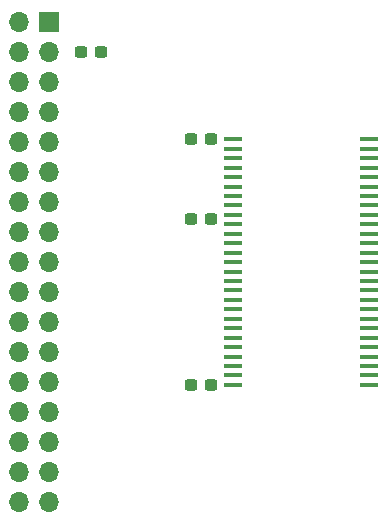
<source format=gts>
G04 #@! TF.GenerationSoftware,KiCad,Pcbnew,6.0.1*
G04 #@! TF.CreationDate,2022-02-15T02:13:11-08:00*
G04 #@! TF.ProjectId,iCE40-SDRAM,69434534-302d-4534-9452-414d2e6b6963,rev?*
G04 #@! TF.SameCoordinates,Original*
G04 #@! TF.FileFunction,Soldermask,Top*
G04 #@! TF.FilePolarity,Negative*
%FSLAX46Y46*%
G04 Gerber Fmt 4.6, Leading zero omitted, Abs format (unit mm)*
G04 Created by KiCad (PCBNEW 6.0.1) date 2022-02-15 02:13:11*
%MOMM*%
%LPD*%
G01*
G04 APERTURE LIST*
G04 Aperture macros list*
%AMRoundRect*
0 Rectangle with rounded corners*
0 $1 Rounding radius*
0 $2 $3 $4 $5 $6 $7 $8 $9 X,Y pos of 4 corners*
0 Add a 4 corners polygon primitive as box body*
4,1,4,$2,$3,$4,$5,$6,$7,$8,$9,$2,$3,0*
0 Add four circle primitives for the rounded corners*
1,1,$1+$1,$2,$3*
1,1,$1+$1,$4,$5*
1,1,$1+$1,$6,$7*
1,1,$1+$1,$8,$9*
0 Add four rect primitives between the rounded corners*
20,1,$1+$1,$2,$3,$4,$5,0*
20,1,$1+$1,$4,$5,$6,$7,0*
20,1,$1+$1,$6,$7,$8,$9,0*
20,1,$1+$1,$8,$9,$2,$3,0*%
G04 Aperture macros list end*
%ADD10RoundRect,0.237500X-0.300000X-0.237500X0.300000X-0.237500X0.300000X0.237500X-0.300000X0.237500X0*%
%ADD11RoundRect,0.237500X0.300000X0.237500X-0.300000X0.237500X-0.300000X-0.237500X0.300000X-0.237500X0*%
%ADD12R,1.510000X0.458000*%
%ADD13O,1.700000X1.700000*%
%ADD14R,1.700000X1.700000*%
G04 APERTURE END LIST*
D10*
X128912500Y-57090000D03*
X127187500Y-57090000D03*
D11*
X138265000Y-85240000D03*
X136540000Y-85240000D03*
X136545000Y-71230000D03*
X138270000Y-71230000D03*
X138270000Y-64440000D03*
X136545000Y-64440000D03*
D12*
X140135000Y-64440000D03*
X140135000Y-65240000D03*
X140135000Y-66040000D03*
X140135000Y-66840000D03*
X140135000Y-67640000D03*
X140135000Y-68440000D03*
X140135000Y-69240000D03*
X140135000Y-70040000D03*
X140135000Y-70840000D03*
X140135000Y-71640000D03*
X140135000Y-72440000D03*
X140135000Y-73240000D03*
X140135000Y-74040000D03*
X140135000Y-74840000D03*
X140135000Y-75640000D03*
X140135000Y-76440000D03*
X140135000Y-77240000D03*
X140135000Y-78040000D03*
X140135000Y-78840000D03*
X140135000Y-79640000D03*
X140135000Y-80440000D03*
X140135000Y-81240000D03*
X140135000Y-82040000D03*
X140135000Y-82840000D03*
X140135000Y-83640000D03*
X140135000Y-84440000D03*
X140135000Y-85240000D03*
X151635000Y-85240000D03*
X151635000Y-84440000D03*
X151635000Y-83640000D03*
X151635000Y-82840000D03*
X151635000Y-82040000D03*
X151635000Y-81240000D03*
X151635000Y-80440000D03*
X151635000Y-79640000D03*
X151635000Y-78840000D03*
X151635000Y-78040000D03*
X151635000Y-77240000D03*
X151635000Y-76440000D03*
X151635000Y-75640000D03*
X151635000Y-74840000D03*
X151635000Y-74040000D03*
X151635000Y-73240000D03*
X151635000Y-72440000D03*
X151635000Y-71640000D03*
X151635000Y-70840000D03*
X151635000Y-70040000D03*
X151635000Y-69240000D03*
X151635000Y-68440000D03*
X151635000Y-67640000D03*
X151635000Y-66840000D03*
X151635000Y-66040000D03*
X151635000Y-65240000D03*
X151635000Y-64440000D03*
D13*
X122000000Y-95190000D03*
X124540000Y-95190000D03*
X122000000Y-92650000D03*
X124540000Y-92650000D03*
X122000000Y-90110000D03*
X124540000Y-90110000D03*
X122000000Y-87570000D03*
X124540000Y-87570000D03*
X122000000Y-85030000D03*
X124540000Y-85030000D03*
X122000000Y-82490000D03*
X124540000Y-82490000D03*
X122000000Y-79950000D03*
X124540000Y-79950000D03*
X122000000Y-77410000D03*
X124540000Y-77410000D03*
X122000000Y-74870000D03*
X124540000Y-74870000D03*
X122000000Y-72330000D03*
X124540000Y-72330000D03*
X122000000Y-69790000D03*
X124540000Y-69790000D03*
X122000000Y-67250000D03*
X124540000Y-67250000D03*
X122000000Y-64710000D03*
X124540000Y-64710000D03*
X122000000Y-62170000D03*
X124540000Y-62170000D03*
X122000000Y-59630000D03*
X124540000Y-59630000D03*
X122000000Y-57090000D03*
X124540000Y-57090000D03*
X122000000Y-54550000D03*
D14*
X124540000Y-54550000D03*
M02*

</source>
